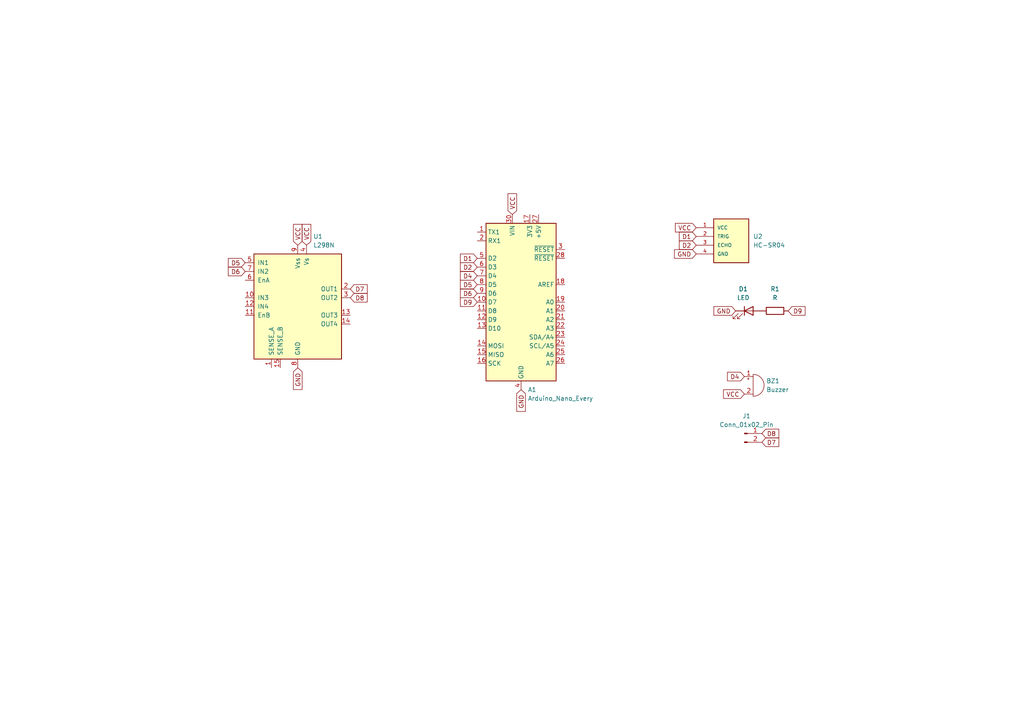
<source format=kicad_sch>
(kicad_sch (version 20230121) (generator eeschema)
  (paper "A4")
  (lib_symbols
    (symbol "Connector:Conn_01x02_Pin" (pin_names (offset 1.016) hide)
      (property "Reference" "J" (at 0 2.54 0))
      (property "Value" "Conn_01x02_Pin" (at 0 -5.08 0))
      (symbol "Conn_01x02_Pin_1_1"
        (polyline (pts (xy 1.27 -2.54) (xy 0.8636 -2.54)) (stroke (width 0.1524)))
        (polyline (pts (xy 1.27 0) (xy 0.8636 0)) (stroke (width 0.1524)))
        (rectangle (start 0.8636 -2.413) (end 0 -2.667) (stroke (width 0.1524)) (fill (type outline)))
        (rectangle (start 0.8636 0.127) (end 0 -0.127) (stroke (width 0.1524)) (fill (type outline)))
        (pin passive line (at 5.08 0 180) (length 3.81) (name "Pin_1") (number "1"))
        (pin passive line (at 5.08 -2.54 180) (length 3.81) (name "Pin_2") (number "2"))
      )
    )
    (symbol "Device:Buzzer" (pin_names (offset 0.0254) hide)
      (property "Reference" "BZ" (at 3.81 1.27 0))
      (property "Value" "Buzzer" (at 3.81 -1.27 0))
      (symbol "Buzzer_0_1"
        (arc (start 0 -3.175) (mid 3.1612 0) (end 0 3.175))
        (polyline (pts (xy -1.651 1.905) (xy -1.143 1.905)))
        (polyline (pts (xy -1.397 2.159) (xy -1.397 1.651)))
        (polyline (pts (xy 0 3.175) (xy 0 -3.175)))
      )
      (symbol "Buzzer_1_1"
        (pin passive line (at -2.54 2.54 0) (length 2.54) (name "-") (number "1"))
        (pin passive line (at -2.54 -2.54 0) (length 2.54) (name "+") (number "2"))
      )
    )
    (symbol "Device:LED" (pin_numbers hide) (pin_names (offset 1.016) hide)
      (property "Reference" "D" (at 0 2.54 0))
      (property "Value" "LED" (at 0 -2.54 0))
      (symbol "LED_0_1"
        (polyline (pts (xy -1.27 -1.27) (xy -1.27 1.27)) (stroke (width 0.254)))
        (polyline (pts (xy -1.27 0) (xy 1.27 0)))
        (polyline (pts (xy 1.27 -1.27) (xy 1.27 1.27) (xy -1.27 0) (xy 1.27 -1.27)) (stroke (width 0.254)))
        (polyline (pts (xy -3.048 -0.762) (xy -4.572 -2.286) (xy -3.81 -2.286) (xy -4.572 -2.286) (xy -4.572 -1.524)))
        (polyline (pts (xy -1.778 -0.762) (xy -3.302 -2.286) (xy -2.54 -2.286) (xy -3.302 -2.286) (xy -3.302 -1.524)))
      )
      (symbol "LED_1_1"
        (pin passive line (at -3.81 0 0) (length 2.54) (name "K") (number "1"))
        (pin passive line (at 3.81 0 180) (length 2.54) (name "A") (number "2"))
      )
    )
    (symbol "Device:R" (pin_numbers hide) (pin_names (offset 0))
      (property "Reference" "R" (at 2.032 0 90))
      (property "Value" "R" (at 0 0 90))
      (symbol "R_0_1"
        (rectangle (start -1.016 -2.54) (end 1.016 2.54) (stroke (width 0.254)))
      )
      (symbol "R_1_1"
        (pin passive line (at 0 3.81 270) (length 1.27) (name "~") (number "1"))
        (pin passive line (at 0 -3.81 90) (length 1.27) (name "~") (number "2"))
      )
    )
    (symbol "Driver_Motor:L298N" (pin_names (offset 1.016))
      (property "Reference" "U" (at -10.16 16.51 0))
      (property "Value" "L298N" (at 12.7 16.51 0))
      (symbol "L298N_0_1"
        (rectangle (start -12.7 15.24) (end 12.7 -15.24) (stroke (width 0.254)) (fill (type background)))
      )
      (symbol "L298N_1_1"
        (pin power_in line (at -7.62 -17.78 90) (length 2.54) (name "SENSE_A") (number "1"))
        (pin input line (at -15.24 2.54 0) (length 2.54) (name "IN3") (number "10"))
        (pin input line (at -15.24 -2.54 0) (length 2.54) (name "EnB") (number "11"))
        (pin input line (at -15.24 0 0) (length 2.54) (name "IN4") (number "12"))
        (pin output line (at 15.24 -2.54 180) (length 2.54) (name "OUT3") (number "13"))
        (pin output line (at 15.24 -5.08 180) (length 2.54) (name "OUT4") (number "14"))
        (pin power_in line (at -5.08 -17.78 90) (length 2.54) (name "SENSE_B") (number "15"))
        (pin output line (at 15.24 5.08 180) (length 2.54) (name "OUT1") (number "2"))
        (pin output line (at 15.24 2.54 180) (length 2.54) (name "OUT2") (number "3"))
        (pin power_in line (at 2.54 17.78 270) (length 2.54) (name "Vs") (number "4"))
        (pin input line (at -15.24 12.7 0) (length 2.54) (name "IN1") (number "5"))
        (pin input line (at -15.24 7.62 0) (length 2.54) (name "EnA") (number "6"))
        (pin input line (at -15.24 10.16 0) (length 2.54) (name "IN2") (number "7"))
        (pin power_in line (at 0 -17.78 90) (length 2.54) (name "GND") (number "8"))
        (pin power_in line (at 0 17.78 270) (length 2.54) (name "Vss") (number "9"))
      )
    )
    (symbol "HC-SR04 ultrasonic:HC-SR04" (pin_names (offset 1.016))
      (property "Reference" "U" (at 0 5.0813 0))
      (property "Value" "HC-SR04" (at 0 -10.163 0))
      (symbol "HC-SR04_0_0"
        (rectangle (start 0 -7.62) (end 10.16 5.08) (stroke (width 0.254)) (fill (type background)))
        (pin power_in line (at -5.08 2.54 0) (length 5.08) (name "VCC") (number "1"))
        (pin bidirectional line (at -5.08 0 0) (length 5.08) (name "TRIG") (number "2"))
        (pin bidirectional line (at -5.08 -2.54 0) (length 5.08) (name "ECHO") (number "3"))
        (pin power_in line (at -5.08 -5.08 0) (length 5.08) (name "GND") (number "4"))
      )
    )
    (symbol "MCU_Module:Arduino_Nano_Every"
      (property "Reference" "A" (at -10.16 23.495 0))
      (property "Value" "Arduino_Nano_Every" (at 5.08 -24.13 0))
      (symbol "Arduino_Nano_Every_0_1"
        (rectangle (start -10.16 22.86) (end 10.16 -22.86) (stroke (width 0.254)) (fill (type background)))
      )
      (symbol "Arduino_Nano_Every_1_1"
        (pin bidirectional line (at -12.7 20.32 0) (length 2.54) (name "TX1") (number "1"))
        (pin bidirectional line (at -12.7 0 0) (length 2.54) (name "D7") (number "10"))
        (pin bidirectional line (at -12.7 -2.54 0) (length 2.54) (name "D8") (number "11"))
        (pin bidirectional line (at -12.7 -5.08 0) (length 2.54) (name "D9") (number "12"))
        (pin bidirectional line (at -12.7 -7.62 0) (length 2.54) (name "D10") (number "13"))
        (pin bidirectional line (at -12.7 -12.7 0) (length 2.54) (name "MOSI") (number "14"))
        (pin bidirectional line (at -12.7 -15.24 0) (length 2.54) (name "MISO") (number "15"))
        (pin bidirectional line (at -12.7 -17.78 0) (length 2.54) (name "SCK") (number "16"))
        (pin power_out line (at 2.54 25.4 270) (length 2.54) (name "3V3") (number "17"))
        (pin input line (at 12.7 5.08 180) (length 2.54) (name "AREF") (number "18"))
        (pin bidirectional line (at 12.7 0 180) (length 2.54) (name "A0") (number "19"))
        (pin bidirectional line (at -12.7 17.78 0) (length 2.54) (name "RX1") (number "2"))
        (pin bidirectional line (at 12.7 -2.54 180) (length 2.54) (name "A1") (number "20"))
        (pin bidirectional line (at 12.7 -5.08 180) (length 2.54) (name "A2") (number "21"))
        (pin bidirectional line (at 12.7 -7.62 180) (length 2.54) (name "A3") (number "22"))
        (pin bidirectional line (at 12.7 -10.16 180) (length 2.54) (name "SDA/A4") (number "23"))
        (pin bidirectional line (at 12.7 -12.7 180) (length 2.54) (name "SCL/A5") (number "24"))
        (pin bidirectional line (at 12.7 -15.24 180) (length 2.54) (name "A6") (number "25"))
        (pin bidirectional line (at 12.7 -17.78 180) (length 2.54) (name "A7") (number "26"))
        (pin power_out line (at 5.08 25.4 270) (length 2.54) (name "+5V") (number "27"))
        (pin input line (at 12.7 12.7 180) (length 2.54) (name "~{RESET}") (number "28"))
        (pin passive line (at 0 -25.4 90) (length 2.54) hide (name "GND") (number "29"))
        (pin input line (at 12.7 15.24 180) (length 2.54) (name "~{RESET}") (number "3"))
        (pin power_in line (at -2.54 25.4 270) (length 2.54) (name "VIN") (number "30"))
        (pin power_in line (at 0 -25.4 90) (length 2.54) (name "GND") (number "4"))
        (pin bidirectional line (at -12.7 12.7 0) (length 2.54) (name "D2") (number "5"))
        (pin bidirectional line (at -12.7 10.16 0) (length 2.54) (name "D3") (number "6"))
        (pin bidirectional line (at -12.7 7.62 0) (length 2.54) (name "D4") (number "7"))
        (pin bidirectional line (at -12.7 5.08 0) (length 2.54) (name "D5") (number "8"))
        (pin bidirectional line (at -12.7 2.54 0) (length 2.54) (name "D6") (number "9"))
      )
    )
  )
  (global_label "D1" (shape input) (at 138.43 74.93 180) (property "Intersheetrefs" "${INTERSHEET_REFS}" (effects hide)))
  (global_label "D5" (shape input) (at 138.43 82.55 180) (property "Intersheetrefs" "${INTERSHEET_REFS}" (effects hide)))
  (global_label "D2" (shape input) (at 201.93 71.12 180) (property "Intersheetrefs" "${INTERSHEET_REFS}" (effects hide)))
  (global_label "GND" (shape input) (at 86.36 106.68 270) (property "Intersheetrefs" "${INTERSHEET_REFS}" (effects hide)))
  (global_label "VCC" (shape input) (at 148.59 62.23 90) (property "Intersheetrefs" "${INTERSHEET_REFS}" (effects hide)))
  (global_label "D5" (shape input) (at 71.12 76.2 180) (property "Intersheetrefs" "${INTERSHEET_REFS}" (effects hide)))
  (global_label "D7" (shape input) (at 101.6 83.82 0) (property "Intersheetrefs" "${INTERSHEET_REFS}" (effects hide)))
  (global_label "VCC" (shape input) (at 201.93 66.04 180) (property "Intersheetrefs" "${INTERSHEET_REFS}" (effects hide)))
  (global_label "VCC" (shape input) (at 88.9 71.12 90) (property "Intersheetrefs" "${INTERSHEET_REFS}" (effects hide)))
  (global_label "D1" (shape input) (at 201.93 68.58 180) (property "Intersheetrefs" "${INTERSHEET_REFS}" (effects hide)))
  (global_label "D4" (shape input) (at 215.9 109.22 180) (property "Intersheetrefs" "${INTERSHEET_REFS}" (effects hide)))
  (global_label "D6" (shape input) (at 71.12 78.74 180) (property "Intersheetrefs" "${INTERSHEET_REFS}" (effects hide)))
  (global_label "GND" (shape input) (at 213.36 90.17 180) (property "Intersheetrefs" "${INTERSHEET_REFS}" (effects hide)))
  (global_label "D9" (shape input) (at 138.43 87.63 180) (property "Intersheetrefs" "${INTERSHEET_REFS}" (effects hide)))
  (global_label "D9" (shape input) (at 228.6 90.17 0) (property "Intersheetrefs" "${INTERSHEET_REFS}" (effects hide)))
  (global_label "VCC" (shape input) (at 215.9 114.3 180) (property "Intersheetrefs" "${INTERSHEET_REFS}" (effects hide)))
  (global_label "VCC" (shape input) (at 86.36 71.12 90) (property "Intersheetrefs" "${INTERSHEET_REFS}" (effects hide)))
  (global_label "D8" (shape input) (at 220.98 125.73 0) (property "Intersheetrefs" "${INTERSHEET_REFS}" (effects hide)))
  (global_label "GND" (shape input) (at 151.13 113.03 270) (property "Intersheetrefs" "${INTERSHEET_REFS}" (effects hide)))
  (global_label "GND" (shape input) (at 201.93 73.66 180) (property "Intersheetrefs" "${INTERSHEET_REFS}" (effects hide)))
  (global_label "D8" (shape input) (at 101.6 86.36 0) (property "Intersheetrefs" "${INTERSHEET_REFS}" (effects hide)))
  (global_label "D2" (shape input) (at 138.43 77.47 180) (property "Intersheetrefs" "${INTERSHEET_REFS}" (effects hide)))
  (global_label "D4" (shape input) (at 138.43 80.01 180) (property "Intersheetrefs" "${INTERSHEET_REFS}" (effects hide)))
  (global_label "D6" (shape input) (at 138.43 85.09 180) (property "Intersheetrefs" "${INTERSHEET_REFS}" (effects hide)))
  (global_label "D7" (shape input) (at 220.98 128.27 0) (property "Intersheetrefs" "${INTERSHEET_REFS}" (effects hide)))
  (symbol (lib_id "Driver_Motor:L298N") (at 86.36 88.9 0) (unit 1)
    (property "Reference" "U1" (at 90.8559 68.58 0) (effects (justify left)))
    (property "Value" "L298N" (at 90.8559 71.12 0) (effects (justify left)))
    (property "Footprint" "Package_TO_SOT_THT:TO-220-15_P2.54x2.54mm_StaggerOdd_Lead4.58mm_Vertical" (effects hide))
    (property "Datasheet" "http://www.st.com/st-web-ui/static/active/en/resource/technical/document/datasheet/CD00000240.pdf" (effects hide))
  )
  (symbol (lib_id "Device:Buzzer") (at 218.44 111.76 0) (unit 1)
    (property "Reference" "BZ1" (at 222.25 110.49 0) (effects (justify left)))
    (property "Value" "Buzzer" (at 222.25 113.03 0) (effects (justify left)))
    (property "Footprint" "Buzzer_Beeper:MagneticBuzzer_Kobitone_254-EMB73-RO" (effects hide))
  )
  (symbol (lib_id "MCU_Module:Arduino_Nano_Every") (at 151.13 87.63 0) (unit 1)
    (property "Reference" "A1" (at 153.0859 113.03 0) (effects (justify left)))
    (property "Value" "Arduino_Nano_Every" (at 153.0859 115.57 0) (effects (justify left)))
    (property "Footprint" "Module:Arduino_Nano" (effects hide))
    (property "Datasheet" "https://content.arduino.cc/assets/NANOEveryV3.0_sch.pdf" (effects hide))
  )
  (symbol (lib_id "Device:R") (at 224.79 90.17 90) (unit 1)
    (property "Reference" "R1" (at 224.79 83.82 90))
    (property "Value" "R" (at 224.79 86.36 90))
    (property "Footprint" "Resistor_THT:R_Axial_DIN0309_L9.0mm_D3.2mm_P5.08mm_Vertical" (effects hide))
  )
  (symbol (lib_id "Device:LED") (at 217.17 90.17 0) (unit 1)
    (property "Reference" "D1" (at 215.5825 83.82 0))
    (property "Value" "LED" (at 215.5825 86.36 0))
    (property "Footprint" "LED_THT:LED_D3.0mm" (effects hide))
  )
  (symbol (lib_id "HC-SR04 ultrasonic:HC-SR04") (at 207.01 68.58 0) (unit 1)
    (property "Reference" "U2" (at 218.44 68.58 0) (effects (justify left)))
    (property "Value" "HC-SR04" (at 218.44 71.12 0) (effects (justify left)))
    (property "Footprint" "HC-SR04:XCVR_HC-SR04" (effects hide))
    (property "MF" "SparkFun Electronics" (effects hide))
    (property "Description" "\nHC-SR04 Ultrasonic Sensor Qwiic Platform Evaluation Expansion Board\n" (effects hide))
    (property "Package" "None" (effects hide))
    (property "Price" "None" (effects hide))
    (property "Check_prices" "https://www.snapeda.com/parts/HC-SR04/SparkFun+Electronics/view-part/?ref=eda" (effects hide))
    (property "SnapEDA_Link" "https://www.snapeda.com/parts/HC-SR04/SparkFun+Electronics/view-part/?ref=snap" (effects hide))
    (property "MP" "HC-SR04" (effects hide))
    (property "Availability" "Not in stock" (effects hide))
    (property "MANUFACTURER" "Osepp" (effects hide))
  )
  (symbol (lib_id "Connector:Conn_01x02_Pin") (at 215.9 125.73 0) (unit 1)
    (property "Reference" "J1" (at 216.535 120.65 0))
    (property "Value" "Conn_01x02_Pin" (at 216.535 123.19 0))
    (property "Footprint" "Connector_PinHeader_2.54mm:PinHeader_1x02_P2.54mm_Vertical" (effects hide))
  )
)
</source>
